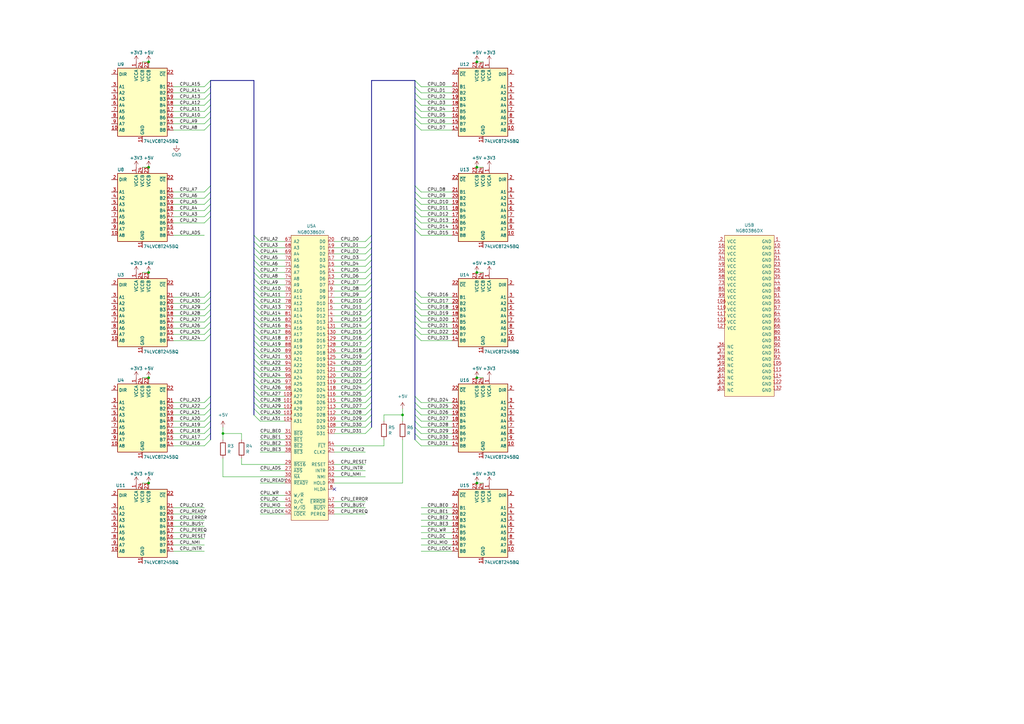
<source format=kicad_sch>
(kicad_sch (version 20210123) (generator eeschema)
  (paper "A3")
  (title_block (title "Dramite") (date "2021-01-22") (rev "R0.1") (company "Wenting Zhang"))
  (junction (at 60.96 25.4) (diameter 0.9144))
  (junction (at 60.96 68.58) (diameter 0.9144))
  (junction (at 60.96 111.76) (diameter 0.9144))
  (junction (at 60.96 154.94) (diameter 0.9144))
  (junction (at 60.96 198.12) (diameter 0.9144))
  (junction (at 91.44 177.8) (diameter 0.9144))
  (junction (at 165.1 170.18) (diameter 0.9144))
  (junction (at 195.58 25.4) (diameter 0.9144))
  (junction (at 195.58 68.58) (diameter 0.9144))
  (junction (at 195.58 111.76) (diameter 0.9144))
  (junction (at 195.58 154.94) (diameter 0.9144))
  (junction (at 195.58 198.12) (diameter 0.9144))
  (no_connect (at 137.16 200.66))
  (bus_entry (at 83.82 35.56) (size 2.54 -2.54) (stroke (width 0.1524)))
  (bus_entry (at 83.82 38.1) (size 2.54 -2.54) (stroke (width 0.1524)))
  (bus_entry (at 83.82 40.64) (size 2.54 -2.54) (stroke (width 0.1524)))
  (bus_entry (at 83.82 43.18) (size 2.54 -2.54) (stroke (width 0.1524)))
  (bus_entry (at 83.82 45.72) (size 2.54 -2.54) (stroke (width 0.1524)))
  (bus_entry (at 83.82 48.26) (size 2.54 -2.54) (stroke (width 0.1524)))
  (bus_entry (at 83.82 50.8) (size 2.54 -2.54) (stroke (width 0.1524)))
  (bus_entry (at 83.82 53.34) (size 2.54 -2.54) (stroke (width 0.1524)))
  (bus_entry (at 83.82 78.74) (size 2.54 -2.54) (stroke (width 0.1524)))
  (bus_entry (at 83.82 81.28) (size 2.54 -2.54) (stroke (width 0.1524)))
  (bus_entry (at 83.82 83.82) (size 2.54 -2.54) (stroke (width 0.1524)))
  (bus_entry (at 83.82 86.36) (size 2.54 -2.54) (stroke (width 0.1524)))
  (bus_entry (at 83.82 88.9) (size 2.54 -2.54) (stroke (width 0.1524)))
  (bus_entry (at 83.82 91.44) (size 2.54 -2.54) (stroke (width 0.1524)))
  (bus_entry (at 83.82 121.92) (size 2.54 -2.54) (stroke (width 0.1524)))
  (bus_entry (at 83.82 124.46) (size 2.54 -2.54) (stroke (width 0.1524)))
  (bus_entry (at 83.82 127) (size 2.54 -2.54) (stroke (width 0.1524)))
  (bus_entry (at 83.82 129.54) (size 2.54 -2.54) (stroke (width 0.1524)))
  (bus_entry (at 83.82 132.08) (size 2.54 -2.54) (stroke (width 0.1524)))
  (bus_entry (at 83.82 134.62) (size 2.54 -2.54) (stroke (width 0.1524)))
  (bus_entry (at 83.82 137.16) (size 2.54 -2.54) (stroke (width 0.1524)))
  (bus_entry (at 83.82 139.7) (size 2.54 -2.54) (stroke (width 0.1524)))
  (bus_entry (at 83.82 165.1) (size 2.54 -2.54) (stroke (width 0.1524)))
  (bus_entry (at 83.82 167.64) (size 2.54 -2.54) (stroke (width 0.1524)))
  (bus_entry (at 83.82 170.18) (size 2.54 -2.54) (stroke (width 0.1524)))
  (bus_entry (at 83.82 172.72) (size 2.54 -2.54) (stroke (width 0.1524)))
  (bus_entry (at 83.82 175.26) (size 2.54 -2.54) (stroke (width 0.1524)))
  (bus_entry (at 83.82 177.8) (size 2.54 -2.54) (stroke (width 0.1524)))
  (bus_entry (at 83.82 180.34) (size 2.54 -2.54) (stroke (width 0.1524)))
  (bus_entry (at 83.82 182.88) (size 2.54 -2.54) (stroke (width 0.1524)))
  (bus_entry (at 104.14 96.52) (size 2.54 2.54) (stroke (width 0.1524)))
  (bus_entry (at 104.14 99.06) (size 2.54 2.54) (stroke (width 0.1524)))
  (bus_entry (at 104.14 101.6) (size 2.54 2.54) (stroke (width 0.1524)))
  (bus_entry (at 104.14 104.14) (size 2.54 2.54) (stroke (width 0.1524)))
  (bus_entry (at 104.14 106.68) (size 2.54 2.54) (stroke (width 0.1524)))
  (bus_entry (at 104.14 109.22) (size 2.54 2.54) (stroke (width 0.1524)))
  (bus_entry (at 104.14 111.76) (size 2.54 2.54) (stroke (width 0.1524)))
  (bus_entry (at 104.14 114.3) (size 2.54 2.54) (stroke (width 0.1524)))
  (bus_entry (at 104.14 116.84) (size 2.54 2.54) (stroke (width 0.1524)))
  (bus_entry (at 104.14 119.38) (size 2.54 2.54) (stroke (width 0.1524)))
  (bus_entry (at 104.14 121.92) (size 2.54 2.54) (stroke (width 0.1524)))
  (bus_entry (at 104.14 124.46) (size 2.54 2.54) (stroke (width 0.1524)))
  (bus_entry (at 104.14 127) (size 2.54 2.54) (stroke (width 0.1524)))
  (bus_entry (at 104.14 129.54) (size 2.54 2.54) (stroke (width 0.1524)))
  (bus_entry (at 104.14 132.08) (size 2.54 2.54) (stroke (width 0.1524)))
  (bus_entry (at 104.14 134.62) (size 2.54 2.54) (stroke (width 0.1524)))
  (bus_entry (at 104.14 137.16) (size 2.54 2.54) (stroke (width 0.1524)))
  (bus_entry (at 104.14 139.7) (size 2.54 2.54) (stroke (width 0.1524)))
  (bus_entry (at 104.14 142.24) (size 2.54 2.54) (stroke (width 0.1524)))
  (bus_entry (at 104.14 144.78) (size 2.54 2.54) (stroke (width 0.1524)))
  (bus_entry (at 104.14 147.32) (size 2.54 2.54) (stroke (width 0.1524)))
  (bus_entry (at 104.14 149.86) (size 2.54 2.54) (stroke (width 0.1524)))
  (bus_entry (at 104.14 152.4) (size 2.54 2.54) (stroke (width 0.1524)))
  (bus_entry (at 104.14 154.94) (size 2.54 2.54) (stroke (width 0.1524)))
  (bus_entry (at 104.14 157.48) (size 2.54 2.54) (stroke (width 0.1524)))
  (bus_entry (at 104.14 160.02) (size 2.54 2.54) (stroke (width 0.1524)))
  (bus_entry (at 104.14 162.56) (size 2.54 2.54) (stroke (width 0.1524)))
  (bus_entry (at 104.14 165.1) (size 2.54 2.54) (stroke (width 0.1524)))
  (bus_entry (at 104.14 167.64) (size 2.54 2.54) (stroke (width 0.1524)))
  (bus_entry (at 104.14 170.18) (size 2.54 2.54) (stroke (width 0.1524)))
  (bus_entry (at 152.4 96.52) (size -2.54 2.54) (stroke (width 0.1524)))
  (bus_entry (at 152.4 99.06) (size -2.54 2.54) (stroke (width 0.1524)))
  (bus_entry (at 152.4 101.6) (size -2.54 2.54) (stroke (width 0.1524)))
  (bus_entry (at 152.4 104.14) (size -2.54 2.54) (stroke (width 0.1524)))
  (bus_entry (at 152.4 106.68) (size -2.54 2.54) (stroke (width 0.1524)))
  (bus_entry (at 152.4 109.22) (size -2.54 2.54) (stroke (width 0.1524)))
  (bus_entry (at 152.4 111.76) (size -2.54 2.54) (stroke (width 0.1524)))
  (bus_entry (at 152.4 114.3) (size -2.54 2.54) (stroke (width 0.1524)))
  (bus_entry (at 152.4 116.84) (size -2.54 2.54) (stroke (width 0.1524)))
  (bus_entry (at 152.4 119.38) (size -2.54 2.54) (stroke (width 0.1524)))
  (bus_entry (at 152.4 121.92) (size -2.54 2.54) (stroke (width 0.1524)))
  (bus_entry (at 152.4 124.46) (size -2.54 2.54) (stroke (width 0.1524)))
  (bus_entry (at 152.4 127) (size -2.54 2.54) (stroke (width 0.1524)))
  (bus_entry (at 152.4 129.54) (size -2.54 2.54) (stroke (width 0.1524)))
  (bus_entry (at 152.4 132.08) (size -2.54 2.54) (stroke (width 0.1524)))
  (bus_entry (at 152.4 134.62) (size -2.54 2.54) (stroke (width 0.1524)))
  (bus_entry (at 152.4 137.16) (size -2.54 2.54) (stroke (width 0.1524)))
  (bus_entry (at 152.4 139.7) (size -2.54 2.54) (stroke (width 0.1524)))
  (bus_entry (at 152.4 142.24) (size -2.54 2.54) (stroke (width 0.1524)))
  (bus_entry (at 152.4 144.78) (size -2.54 2.54) (stroke (width 0.1524)))
  (bus_entry (at 152.4 147.32) (size -2.54 2.54) (stroke (width 0.1524)))
  (bus_entry (at 152.4 149.86) (size -2.54 2.54) (stroke (width 0.1524)))
  (bus_entry (at 152.4 152.4) (size -2.54 2.54) (stroke (width 0.1524)))
  (bus_entry (at 152.4 154.94) (size -2.54 2.54) (stroke (width 0.1524)))
  (bus_entry (at 152.4 157.48) (size -2.54 2.54) (stroke (width 0.1524)))
  (bus_entry (at 152.4 160.02) (size -2.54 2.54) (stroke (width 0.1524)))
  (bus_entry (at 152.4 162.56) (size -2.54 2.54) (stroke (width 0.1524)))
  (bus_entry (at 152.4 165.1) (size -2.54 2.54) (stroke (width 0.1524)))
  (bus_entry (at 152.4 167.64) (size -2.54 2.54) (stroke (width 0.1524)))
  (bus_entry (at 152.4 170.18) (size -2.54 2.54) (stroke (width 0.1524)))
  (bus_entry (at 152.4 172.72) (size -2.54 2.54) (stroke (width 0.1524)))
  (bus_entry (at 152.4 175.26) (size -2.54 2.54) (stroke (width 0.1524)))
  (bus_entry (at 170.18 33.02) (size 2.54 2.54) (stroke (width 0.1524)))
  (bus_entry (at 170.18 35.56) (size 2.54 2.54) (stroke (width 0.1524)))
  (bus_entry (at 170.18 38.1) (size 2.54 2.54) (stroke (width 0.1524)))
  (bus_entry (at 170.18 40.64) (size 2.54 2.54) (stroke (width 0.1524)))
  (bus_entry (at 170.18 43.18) (size 2.54 2.54) (stroke (width 0.1524)))
  (bus_entry (at 170.18 45.72) (size 2.54 2.54) (stroke (width 0.1524)))
  (bus_entry (at 170.18 48.26) (size 2.54 2.54) (stroke (width 0.1524)))
  (bus_entry (at 170.18 50.8) (size 2.54 2.54) (stroke (width 0.1524)))
  (bus_entry (at 170.18 76.2) (size 2.54 2.54) (stroke (width 0.1524)))
  (bus_entry (at 170.18 78.74) (size 2.54 2.54) (stroke (width 0.1524)))
  (bus_entry (at 170.18 81.28) (size 2.54 2.54) (stroke (width 0.1524)))
  (bus_entry (at 170.18 83.82) (size 2.54 2.54) (stroke (width 0.1524)))
  (bus_entry (at 170.18 86.36) (size 2.54 2.54) (stroke (width 0.1524)))
  (bus_entry (at 170.18 88.9) (size 2.54 2.54) (stroke (width 0.1524)))
  (bus_entry (at 170.18 91.44) (size 2.54 2.54) (stroke (width 0.1524)))
  (bus_entry (at 170.18 93.98) (size 2.54 2.54) (stroke (width 0.1524)))
  (bus_entry (at 170.18 119.38) (size 2.54 2.54) (stroke (width 0.1524)))
  (bus_entry (at 170.18 121.92) (size 2.54 2.54) (stroke (width 0.1524)))
  (bus_entry (at 170.18 124.46) (size 2.54 2.54) (stroke (width 0.1524)))
  (bus_entry (at 170.18 127) (size 2.54 2.54) (stroke (width 0.1524)))
  (bus_entry (at 170.18 129.54) (size 2.54 2.54) (stroke (width 0.1524)))
  (bus_entry (at 170.18 132.08) (size 2.54 2.54) (stroke (width 0.1524)))
  (bus_entry (at 170.18 134.62) (size 2.54 2.54) (stroke (width 0.1524)))
  (bus_entry (at 170.18 137.16) (size 2.54 2.54) (stroke (width 0.1524)))
  (bus_entry (at 170.18 162.56) (size 2.54 2.54) (stroke (width 0.1524)))
  (bus_entry (at 170.18 165.1) (size 2.54 2.54) (stroke (width 0.1524)))
  (bus_entry (at 170.18 167.64) (size 2.54 2.54) (stroke (width 0.1524)))
  (bus_entry (at 170.18 170.18) (size 2.54 2.54) (stroke (width 0.1524)))
  (bus_entry (at 170.18 172.72) (size 2.54 2.54) (stroke (width 0.1524)))
  (bus_entry (at 170.18 175.26) (size 2.54 2.54) (stroke (width 0.1524)))
  (bus_entry (at 170.18 177.8) (size 2.54 2.54) (stroke (width 0.1524)))
  (bus_entry (at 170.18 180.34) (size 2.54 2.54) (stroke (width 0.1524)))
  (wire (pts (xy 58.42 25.4) (xy 60.96 25.4)))
  (wire (pts (xy 58.42 68.58) (xy 60.96 68.58)))
  (wire (pts (xy 58.42 111.76) (xy 60.96 111.76)))
  (wire (pts (xy 58.42 154.94) (xy 60.96 154.94)))
  (wire (pts (xy 58.42 198.12) (xy 60.96 198.12)))
  (wire (pts (xy 71.12 35.56) (xy 83.82 35.56)))
  (wire (pts (xy 71.12 38.1) (xy 83.82 38.1)))
  (wire (pts (xy 71.12 40.64) (xy 83.82 40.64)))
  (wire (pts (xy 71.12 43.18) (xy 83.82 43.18)))
  (wire (pts (xy 71.12 45.72) (xy 83.82 45.72)))
  (wire (pts (xy 71.12 48.26) (xy 83.82 48.26)))
  (wire (pts (xy 71.12 50.8) (xy 83.82 50.8)))
  (wire (pts (xy 71.12 53.34) (xy 83.82 53.34)))
  (wire (pts (xy 71.12 78.74) (xy 83.82 78.74)))
  (wire (pts (xy 71.12 81.28) (xy 83.82 81.28)))
  (wire (pts (xy 71.12 83.82) (xy 83.82 83.82)))
  (wire (pts (xy 71.12 86.36) (xy 83.82 86.36)))
  (wire (pts (xy 71.12 88.9) (xy 83.82 88.9)))
  (wire (pts (xy 71.12 91.44) (xy 83.82 91.44)))
  (wire (pts (xy 71.12 121.92) (xy 83.82 121.92)))
  (wire (pts (xy 71.12 124.46) (xy 83.82 124.46)))
  (wire (pts (xy 71.12 127) (xy 83.82 127)))
  (wire (pts (xy 71.12 129.54) (xy 83.82 129.54)))
  (wire (pts (xy 71.12 132.08) (xy 83.82 132.08)))
  (wire (pts (xy 71.12 134.62) (xy 83.82 134.62)))
  (wire (pts (xy 71.12 137.16) (xy 83.82 137.16)))
  (wire (pts (xy 71.12 139.7) (xy 83.82 139.7)))
  (wire (pts (xy 71.12 165.1) (xy 83.82 165.1)))
  (wire (pts (xy 71.12 167.64) (xy 83.82 167.64)))
  (wire (pts (xy 71.12 170.18) (xy 83.82 170.18)))
  (wire (pts (xy 71.12 172.72) (xy 83.82 172.72)))
  (wire (pts (xy 71.12 175.26) (xy 83.82 175.26)))
  (wire (pts (xy 71.12 177.8) (xy 83.82 177.8)))
  (wire (pts (xy 71.12 180.34) (xy 83.82 180.34)))
  (wire (pts (xy 71.12 182.88) (xy 83.82 182.88)))
  (wire (pts (xy 83.82 96.52) (xy 71.12 96.52)))
  (wire (pts (xy 83.82 208.28) (xy 71.12 208.28)))
  (wire (pts (xy 83.82 210.82) (xy 71.12 210.82)))
  (wire (pts (xy 83.82 213.36) (xy 71.12 213.36)))
  (wire (pts (xy 83.82 215.9) (xy 71.12 215.9)))
  (wire (pts (xy 83.82 218.44) (xy 71.12 218.44)))
  (wire (pts (xy 83.82 220.98) (xy 71.12 220.98)))
  (wire (pts (xy 83.82 223.52) (xy 71.12 223.52)))
  (wire (pts (xy 83.82 226.06) (xy 71.12 226.06)))
  (wire (pts (xy 91.44 175.26) (xy 91.44 177.8)))
  (wire (pts (xy 91.44 177.8) (xy 99.06 177.8)))
  (wire (pts (xy 91.44 180.34) (xy 91.44 177.8)))
  (wire (pts (xy 91.44 195.58) (xy 91.44 187.96)))
  (wire (pts (xy 99.06 177.8) (xy 99.06 180.34)))
  (wire (pts (xy 99.06 190.5) (xy 99.06 187.96)))
  (wire (pts (xy 106.68 99.06) (xy 116.84 99.06)))
  (wire (pts (xy 106.68 101.6) (xy 116.84 101.6)))
  (wire (pts (xy 106.68 104.14) (xy 116.84 104.14)))
  (wire (pts (xy 106.68 106.68) (xy 116.84 106.68)))
  (wire (pts (xy 106.68 109.22) (xy 116.84 109.22)))
  (wire (pts (xy 106.68 111.76) (xy 116.84 111.76)))
  (wire (pts (xy 106.68 114.3) (xy 116.84 114.3)))
  (wire (pts (xy 106.68 116.84) (xy 116.84 116.84)))
  (wire (pts (xy 106.68 119.38) (xy 116.84 119.38)))
  (wire (pts (xy 106.68 121.92) (xy 116.84 121.92)))
  (wire (pts (xy 106.68 124.46) (xy 116.84 124.46)))
  (wire (pts (xy 106.68 127) (xy 116.84 127)))
  (wire (pts (xy 106.68 129.54) (xy 116.84 129.54)))
  (wire (pts (xy 106.68 132.08) (xy 116.84 132.08)))
  (wire (pts (xy 106.68 134.62) (xy 116.84 134.62)))
  (wire (pts (xy 106.68 137.16) (xy 116.84 137.16)))
  (wire (pts (xy 106.68 139.7) (xy 116.84 139.7)))
  (wire (pts (xy 106.68 142.24) (xy 116.84 142.24)))
  (wire (pts (xy 106.68 144.78) (xy 116.84 144.78)))
  (wire (pts (xy 106.68 147.32) (xy 116.84 147.32)))
  (wire (pts (xy 106.68 149.86) (xy 116.84 149.86)))
  (wire (pts (xy 106.68 152.4) (xy 116.84 152.4)))
  (wire (pts (xy 106.68 154.94) (xy 116.84 154.94)))
  (wire (pts (xy 106.68 157.48) (xy 116.84 157.48)))
  (wire (pts (xy 106.68 160.02) (xy 116.84 160.02)))
  (wire (pts (xy 106.68 162.56) (xy 116.84 162.56)))
  (wire (pts (xy 106.68 165.1) (xy 116.84 165.1)))
  (wire (pts (xy 106.68 167.64) (xy 116.84 167.64)))
  (wire (pts (xy 106.68 170.18) (xy 116.84 170.18)))
  (wire (pts (xy 106.68 172.72) (xy 116.84 172.72)))
  (wire (pts (xy 106.68 177.8) (xy 116.84 177.8)))
  (wire (pts (xy 106.68 180.34) (xy 116.84 180.34)))
  (wire (pts (xy 106.68 182.88) (xy 116.84 182.88)))
  (wire (pts (xy 106.68 185.42) (xy 116.84 185.42)))
  (wire (pts (xy 106.68 193.04) (xy 116.84 193.04)))
  (wire (pts (xy 106.68 198.12) (xy 116.84 198.12)))
  (wire (pts (xy 106.68 203.2) (xy 116.84 203.2)))
  (wire (pts (xy 106.68 205.74) (xy 116.84 205.74)))
  (wire (pts (xy 106.68 208.28) (xy 116.84 208.28)))
  (wire (pts (xy 106.68 210.82) (xy 116.84 210.82)))
  (wire (pts (xy 116.84 190.5) (xy 99.06 190.5)))
  (wire (pts (xy 116.84 195.58) (xy 91.44 195.58)))
  (wire (pts (xy 137.16 182.88) (xy 157.48 182.88)))
  (wire (pts (xy 137.16 198.12) (xy 165.1 198.12)))
  (wire (pts (xy 149.86 99.06) (xy 137.16 99.06)))
  (wire (pts (xy 149.86 101.6) (xy 137.16 101.6)))
  (wire (pts (xy 149.86 104.14) (xy 137.16 104.14)))
  (wire (pts (xy 149.86 106.68) (xy 137.16 106.68)))
  (wire (pts (xy 149.86 109.22) (xy 137.16 109.22)))
  (wire (pts (xy 149.86 111.76) (xy 137.16 111.76)))
  (wire (pts (xy 149.86 114.3) (xy 137.16 114.3)))
  (wire (pts (xy 149.86 116.84) (xy 137.16 116.84)))
  (wire (pts (xy 149.86 119.38) (xy 137.16 119.38)))
  (wire (pts (xy 149.86 121.92) (xy 137.16 121.92)))
  (wire (pts (xy 149.86 124.46) (xy 137.16 124.46)))
  (wire (pts (xy 149.86 127) (xy 137.16 127)))
  (wire (pts (xy 149.86 129.54) (xy 137.16 129.54)))
  (wire (pts (xy 149.86 132.08) (xy 137.16 132.08)))
  (wire (pts (xy 149.86 134.62) (xy 137.16 134.62)))
  (wire (pts (xy 149.86 137.16) (xy 137.16 137.16)))
  (wire (pts (xy 149.86 139.7) (xy 137.16 139.7)))
  (wire (pts (xy 149.86 142.24) (xy 137.16 142.24)))
  (wire (pts (xy 149.86 144.78) (xy 137.16 144.78)))
  (wire (pts (xy 149.86 147.32) (xy 137.16 147.32)))
  (wire (pts (xy 149.86 149.86) (xy 137.16 149.86)))
  (wire (pts (xy 149.86 152.4) (xy 137.16 152.4)))
  (wire (pts (xy 149.86 154.94) (xy 137.16 154.94)))
  (wire (pts (xy 149.86 157.48) (xy 137.16 157.48)))
  (wire (pts (xy 149.86 160.02) (xy 137.16 160.02)))
  (wire (pts (xy 149.86 162.56) (xy 137.16 162.56)))
  (wire (pts (xy 149.86 165.1) (xy 137.16 165.1)))
  (wire (pts (xy 149.86 167.64) (xy 137.16 167.64)))
  (wire (pts (xy 149.86 170.18) (xy 137.16 170.18)))
  (wire (pts (xy 149.86 172.72) (xy 137.16 172.72)))
  (wire (pts (xy 149.86 175.26) (xy 137.16 175.26)))
  (wire (pts (xy 149.86 177.8) (xy 137.16 177.8)))
  (wire (pts (xy 149.86 185.42) (xy 137.16 185.42)))
  (wire (pts (xy 149.86 190.5) (xy 137.16 190.5)))
  (wire (pts (xy 149.86 193.04) (xy 137.16 193.04)))
  (wire (pts (xy 149.86 195.58) (xy 137.16 195.58)))
  (wire (pts (xy 149.86 205.74) (xy 137.16 205.74)))
  (wire (pts (xy 149.86 208.28) (xy 137.16 208.28)))
  (wire (pts (xy 149.86 210.82) (xy 137.16 210.82)))
  (wire (pts (xy 157.48 170.18) (xy 165.1 170.18)))
  (wire (pts (xy 157.48 172.72) (xy 157.48 170.18)))
  (wire (pts (xy 157.48 182.88) (xy 157.48 180.34)))
  (wire (pts (xy 165.1 167.64) (xy 165.1 170.18)))
  (wire (pts (xy 165.1 170.18) (xy 165.1 172.72)))
  (wire (pts (xy 165.1 180.34) (xy 165.1 198.12)))
  (wire (pts (xy 172.72 208.28) (xy 185.42 208.28)))
  (wire (pts (xy 172.72 210.82) (xy 185.42 210.82)))
  (wire (pts (xy 172.72 213.36) (xy 185.42 213.36)))
  (wire (pts (xy 172.72 215.9) (xy 185.42 215.9)))
  (wire (pts (xy 172.72 218.44) (xy 185.42 218.44)))
  (wire (pts (xy 172.72 220.98) (xy 185.42 220.98)))
  (wire (pts (xy 172.72 223.52) (xy 185.42 223.52)))
  (wire (pts (xy 172.72 226.06) (xy 185.42 226.06)))
  (wire (pts (xy 185.42 35.56) (xy 172.72 35.56)))
  (wire (pts (xy 185.42 38.1) (xy 172.72 38.1)))
  (wire (pts (xy 185.42 40.64) (xy 172.72 40.64)))
  (wire (pts (xy 185.42 43.18) (xy 172.72 43.18)))
  (wire (pts (xy 185.42 45.72) (xy 172.72 45.72)))
  (wire (pts (xy 185.42 48.26) (xy 172.72 48.26)))
  (wire (pts (xy 185.42 50.8) (xy 172.72 50.8)))
  (wire (pts (xy 185.42 53.34) (xy 172.72 53.34)))
  (wire (pts (xy 185.42 78.74) (xy 172.72 78.74)))
  (wire (pts (xy 185.42 81.28) (xy 172.72 81.28)))
  (wire (pts (xy 185.42 83.82) (xy 172.72 83.82)))
  (wire (pts (xy 185.42 86.36) (xy 172.72 86.36)))
  (wire (pts (xy 185.42 88.9) (xy 172.72 88.9)))
  (wire (pts (xy 185.42 91.44) (xy 172.72 91.44)))
  (wire (pts (xy 185.42 93.98) (xy 172.72 93.98)))
  (wire (pts (xy 185.42 96.52) (xy 172.72 96.52)))
  (wire (pts (xy 185.42 121.92) (xy 172.72 121.92)))
  (wire (pts (xy 185.42 124.46) (xy 172.72 124.46)))
  (wire (pts (xy 185.42 127) (xy 172.72 127)))
  (wire (pts (xy 185.42 129.54) (xy 172.72 129.54)))
  (wire (pts (xy 185.42 132.08) (xy 172.72 132.08)))
  (wire (pts (xy 185.42 134.62) (xy 172.72 134.62)))
  (wire (pts (xy 185.42 137.16) (xy 172.72 137.16)))
  (wire (pts (xy 185.42 139.7) (xy 172.72 139.7)))
  (wire (pts (xy 185.42 165.1) (xy 172.72 165.1)))
  (wire (pts (xy 185.42 167.64) (xy 172.72 167.64)))
  (wire (pts (xy 185.42 170.18) (xy 172.72 170.18)))
  (wire (pts (xy 185.42 172.72) (xy 172.72 172.72)))
  (wire (pts (xy 185.42 175.26) (xy 172.72 175.26)))
  (wire (pts (xy 185.42 177.8) (xy 172.72 177.8)))
  (wire (pts (xy 185.42 180.34) (xy 172.72 180.34)))
  (wire (pts (xy 185.42 182.88) (xy 172.72 182.88)))
  (wire (pts (xy 198.12 25.4) (xy 195.58 25.4)))
  (wire (pts (xy 198.12 68.58) (xy 195.58 68.58)))
  (wire (pts (xy 198.12 111.76) (xy 195.58 111.76)))
  (wire (pts (xy 198.12 154.94) (xy 195.58 154.94)))
  (wire (pts (xy 198.12 198.12) (xy 195.58 198.12)))
  (bus (pts (xy 86.36 33.02) (xy 86.36 35.56)))
  (bus (pts (xy 86.36 33.02) (xy 104.14 33.02)))
  (bus (pts (xy 86.36 35.56) (xy 86.36 38.1)))
  (bus (pts (xy 86.36 38.1) (xy 86.36 40.64)))
  (bus (pts (xy 86.36 40.64) (xy 86.36 43.18)))
  (bus (pts (xy 86.36 43.18) (xy 86.36 45.72)))
  (bus (pts (xy 86.36 45.72) (xy 86.36 48.26)))
  (bus (pts (xy 86.36 48.26) (xy 86.36 50.8)))
  (bus (pts (xy 86.36 50.8) (xy 86.36 76.2)))
  (bus (pts (xy 86.36 76.2) (xy 86.36 78.74)))
  (bus (pts (xy 86.36 78.74) (xy 86.36 81.28)))
  (bus (pts (xy 86.36 81.28) (xy 86.36 83.82)))
  (bus (pts (xy 86.36 83.82) (xy 86.36 86.36)))
  (bus (pts (xy 86.36 86.36) (xy 86.36 88.9)))
  (bus (pts (xy 86.36 88.9) (xy 86.36 119.38)))
  (bus (pts (xy 86.36 119.38) (xy 86.36 121.92)))
  (bus (pts (xy 86.36 121.92) (xy 86.36 124.46)))
  (bus (pts (xy 86.36 124.46) (xy 86.36 127)))
  (bus (pts (xy 86.36 127) (xy 86.36 129.54)))
  (bus (pts (xy 86.36 129.54) (xy 86.36 132.08)))
  (bus (pts (xy 86.36 132.08) (xy 86.36 134.62)))
  (bus (pts (xy 86.36 134.62) (xy 86.36 137.16)))
  (bus (pts (xy 86.36 137.16) (xy 86.36 162.56)))
  (bus (pts (xy 86.36 162.56) (xy 86.36 165.1)))
  (bus (pts (xy 86.36 165.1) (xy 86.36 167.64)))
  (bus (pts (xy 86.36 167.64) (xy 86.36 170.18)))
  (bus (pts (xy 86.36 170.18) (xy 86.36 172.72)))
  (bus (pts (xy 86.36 172.72) (xy 86.36 175.26)))
  (bus (pts (xy 86.36 175.26) (xy 86.36 177.8)))
  (bus (pts (xy 86.36 177.8) (xy 86.36 180.34)))
  (bus (pts (xy 104.14 33.02) (xy 104.14 96.52)))
  (bus (pts (xy 104.14 96.52) (xy 104.14 99.06)))
  (bus (pts (xy 104.14 99.06) (xy 104.14 101.6)))
  (bus (pts (xy 104.14 101.6) (xy 104.14 104.14)))
  (bus (pts (xy 104.14 104.14) (xy 104.14 106.68)))
  (bus (pts (xy 104.14 106.68) (xy 104.14 109.22)))
  (bus (pts (xy 104.14 109.22) (xy 104.14 111.76)))
  (bus (pts (xy 104.14 111.76) (xy 104.14 114.3)))
  (bus (pts (xy 104.14 114.3) (xy 104.14 116.84)))
  (bus (pts (xy 104.14 116.84) (xy 104.14 119.38)))
  (bus (pts (xy 104.14 119.38) (xy 104.14 121.92)))
  (bus (pts (xy 104.14 121.92) (xy 104.14 124.46)))
  (bus (pts (xy 104.14 124.46) (xy 104.14 127)))
  (bus (pts (xy 104.14 127) (xy 104.14 129.54)))
  (bus (pts (xy 104.14 129.54) (xy 104.14 132.08)))
  (bus (pts (xy 104.14 132.08) (xy 104.14 134.62)))
  (bus (pts (xy 104.14 134.62) (xy 104.14 137.16)))
  (bus (pts (xy 104.14 137.16) (xy 104.14 139.7)))
  (bus (pts (xy 104.14 139.7) (xy 104.14 142.24)))
  (bus (pts (xy 104.14 142.24) (xy 104.14 144.78)))
  (bus (pts (xy 104.14 144.78) (xy 104.14 147.32)))
  (bus (pts (xy 104.14 147.32) (xy 104.14 149.86)))
  (bus (pts (xy 104.14 149.86) (xy 104.14 152.4)))
  (bus (pts (xy 104.14 152.4) (xy 104.14 154.94)))
  (bus (pts (xy 104.14 154.94) (xy 104.14 157.48)))
  (bus (pts (xy 104.14 157.48) (xy 104.14 160.02)))
  (bus (pts (xy 104.14 160.02) (xy 104.14 162.56)))
  (bus (pts (xy 104.14 162.56) (xy 104.14 165.1)))
  (bus (pts (xy 104.14 165.1) (xy 104.14 167.64)))
  (bus (pts (xy 104.14 167.64) (xy 104.14 170.18)))
  (bus (pts (xy 152.4 33.02) (xy 152.4 96.52)))
  (bus (pts (xy 152.4 33.02) (xy 170.18 33.02)))
  (bus (pts (xy 152.4 96.52) (xy 152.4 99.06)))
  (bus (pts (xy 152.4 99.06) (xy 152.4 101.6)))
  (bus (pts (xy 152.4 101.6) (xy 152.4 104.14)))
  (bus (pts (xy 152.4 104.14) (xy 152.4 106.68)))
  (bus (pts (xy 152.4 106.68) (xy 152.4 109.22)))
  (bus (pts (xy 152.4 109.22) (xy 152.4 111.76)))
  (bus (pts (xy 152.4 111.76) (xy 152.4 114.3)))
  (bus (pts (xy 152.4 114.3) (xy 152.4 116.84)))
  (bus (pts (xy 152.4 116.84) (xy 152.4 119.38)))
  (bus (pts (xy 152.4 119.38) (xy 152.4 121.92)))
  (bus (pts (xy 152.4 121.92) (xy 152.4 124.46)))
  (bus (pts (xy 152.4 124.46) (xy 152.4 127)))
  (bus (pts (xy 152.4 127) (xy 152.4 129.54)))
  (bus (pts (xy 152.4 129.54) (xy 152.4 132.08)))
  (bus (pts (xy 152.4 132.08) (xy 152.4 134.62)))
  (bus (pts (xy 152.4 134.62) (xy 152.4 137.16)))
  (bus (pts (xy 152.4 137.16) (xy 152.4 139.7)))
  (bus (pts (xy 152.4 139.7) (xy 152.4 142.24)))
  (bus (pts (xy 152.4 142.24) (xy 152.4 144.78)))
  (bus (pts (xy 152.4 144.78) (xy 152.4 147.32)))
  (bus (pts (xy 152.4 147.32) (xy 152.4 149.86)))
  (bus (pts (xy 152.4 149.86) (xy 152.4 152.4)))
  (bus (pts (xy 152.4 152.4) (xy 152.4 154.94)))
  (bus (pts (xy 152.4 154.94) (xy 152.4 157.48)))
  (bus (pts (xy 152.4 157.48) (xy 152.4 160.02)))
  (bus (pts (xy 152.4 160.02) (xy 152.4 162.56)))
  (bus (pts (xy 152.4 162.56) (xy 152.4 165.1)))
  (bus (pts (xy 152.4 165.1) (xy 152.4 167.64)))
  (bus (pts (xy 152.4 167.64) (xy 152.4 170.18)))
  (bus (pts (xy 152.4 170.18) (xy 152.4 172.72)))
  (bus (pts (xy 152.4 172.72) (xy 152.4 175.26)))
  (bus (pts (xy 170.18 33.02) (xy 170.18 35.56)))
  (bus (pts (xy 170.18 35.56) (xy 170.18 38.1)))
  (bus (pts (xy 170.18 38.1) (xy 170.18 40.64)))
  (bus (pts (xy 170.18 40.64) (xy 170.18 43.18)))
  (bus (pts (xy 170.18 43.18) (xy 170.18 45.72)))
  (bus (pts (xy 170.18 45.72) (xy 170.18 48.26)))
  (bus (pts (xy 170.18 48.26) (xy 170.18 50.8)))
  (bus (pts (xy 170.18 50.8) (xy 170.18 76.2)))
  (bus (pts (xy 170.18 76.2) (xy 170.18 78.74)))
  (bus (pts (xy 170.18 78.74) (xy 170.18 81.28)))
  (bus (pts (xy 170.18 81.28) (xy 170.18 83.82)))
  (bus (pts (xy 170.18 83.82) (xy 170.18 86.36)))
  (bus (pts (xy 170.18 86.36) (xy 170.18 88.9)))
  (bus (pts (xy 170.18 88.9) (xy 170.18 91.44)))
  (bus (pts (xy 170.18 91.44) (xy 170.18 93.98)))
  (bus (pts (xy 170.18 93.98) (xy 170.18 119.38)))
  (bus (pts (xy 170.18 119.38) (xy 170.18 121.92)))
  (bus (pts (xy 170.18 121.92) (xy 170.18 124.46)))
  (bus (pts (xy 170.18 124.46) (xy 170.18 127)))
  (bus (pts (xy 170.18 127) (xy 170.18 129.54)))
  (bus (pts (xy 170.18 129.54) (xy 170.18 132.08)))
  (bus (pts (xy 170.18 132.08) (xy 170.18 134.62)))
  (bus (pts (xy 170.18 134.62) (xy 170.18 137.16)))
  (bus (pts (xy 170.18 137.16) (xy 170.18 162.56)))
  (bus (pts (xy 170.18 162.56) (xy 170.18 165.1)))
  (bus (pts (xy 170.18 165.1) (xy 170.18 167.64)))
  (bus (pts (xy 170.18 167.64) (xy 170.18 170.18)))
  (bus (pts (xy 170.18 170.18) (xy 170.18 172.72)))
  (bus (pts (xy 170.18 172.72) (xy 170.18 175.26)))
  (bus (pts (xy 170.18 175.26) (xy 170.18 177.8)))
  (bus (pts (xy 170.18 177.8) (xy 170.18 180.34)))
  (label "CPU_A15" (at 73.66 35.56 0))
  (label "CPU_A14" (at 73.66 38.1 0))
  (label "CPU_A13" (at 73.66 40.64 0))
  (label "CPU_A12" (at 73.66 43.18 0))
  (label "CPU_A11" (at 73.66 45.72 0))
  (label "CPU_A10" (at 73.66 48.26 0))
  (label "CPU_A9" (at 73.66 50.8 0))
  (label "CPU_A8" (at 73.66 53.34 0))
  (label "CPU_A7" (at 73.66 78.74 0))
  (label "CPU_A6" (at 73.66 81.28 0))
  (label "CPU_A5" (at 73.66 83.82 0))
  (label "CPU_A4" (at 73.66 86.36 0))
  (label "CPU_A3" (at 73.66 88.9 0))
  (label "CPU_A2" (at 73.66 91.44 0))
  (label "CPU_ADS" (at 73.66 96.52 0))
  (label "CPU_A31" (at 73.66 121.92 0))
  (label "CPU_A30" (at 73.66 124.46 0))
  (label "CPU_A29" (at 73.66 127 0))
  (label "CPU_A28" (at 73.66 129.54 0))
  (label "CPU_A27" (at 73.66 132.08 0))
  (label "CPU_A26" (at 73.66 134.62 0))
  (label "CPU_A25" (at 73.66 137.16 0))
  (label "CPU_A24" (at 73.66 139.7 0))
  (label "CPU_A23" (at 73.66 165.1 0))
  (label "CPU_A22" (at 73.66 167.64 0))
  (label "CPU_A21" (at 73.66 170.18 0))
  (label "CPU_A20" (at 73.66 172.72 0))
  (label "CPU_A19" (at 73.66 175.26 0))
  (label "CPU_A18" (at 73.66 177.8 0))
  (label "CPU_A17" (at 73.66 180.34 0))
  (label "CPU_A16" (at 73.66 182.88 0))
  (label "CPU_CLK2" (at 73.66 208.28 0))
  (label "CPU_READY" (at 73.66 210.82 0))
  (label "CPU_ERROR" (at 73.66 213.36 0))
  (label "CPU_BUSY" (at 73.66 215.9 0))
  (label "CPU_PEREQ" (at 73.66 218.44 0))
  (label "CPU_RESET" (at 73.66 220.98 0))
  (label "CPU_NMI" (at 73.66 223.52 0))
  (label "CPU_INTR" (at 73.66 226.06 0))
  (label "CPU_A2" (at 106.68 99.06 0))
  (label "CPU_A3" (at 106.68 101.6 0))
  (label "CPU_A4" (at 106.68 104.14 0))
  (label "CPU_A5" (at 106.68 106.68 0))
  (label "CPU_A6" (at 106.68 109.22 0))
  (label "CPU_A7" (at 106.68 111.76 0))
  (label "CPU_A8" (at 106.68 114.3 0))
  (label "CPU_A9" (at 106.68 116.84 0))
  (label "CPU_A10" (at 106.68 119.38 0))
  (label "CPU_A11" (at 106.68 121.92 0))
  (label "CPU_A12" (at 106.68 124.46 0))
  (label "CPU_A13" (at 106.68 127 0))
  (label "CPU_A14" (at 106.68 129.54 0))
  (label "CPU_A15" (at 106.68 132.08 0))
  (label "CPU_A16" (at 106.68 134.62 0))
  (label "CPU_A17" (at 106.68 137.16 0))
  (label "CPU_A18" (at 106.68 139.7 0))
  (label "CPU_A19" (at 106.68 142.24 0))
  (label "CPU_A20" (at 106.68 144.78 0))
  (label "CPU_A21" (at 106.68 147.32 0))
  (label "CPU_A22" (at 106.68 149.86 0))
  (label "CPU_A23" (at 106.68 152.4 0))
  (label "CPU_A24" (at 106.68 154.94 0))
  (label "CPU_A25" (at 106.68 157.48 0))
  (label "CPU_A26" (at 106.68 160.02 0))
  (label "CPU_A27" (at 106.68 162.56 0))
  (label "CPU_A28" (at 106.68 165.1 0))
  (label "CPU_A29" (at 106.68 167.64 0))
  (label "CPU_A30" (at 106.68 170.18 0))
  (label "CPU_A31" (at 106.68 172.72 0))
  (label "CPU_BE0" (at 106.68 177.8 0))
  (label "CPU_BE1" (at 106.68 180.34 0))
  (label "CPU_BE2" (at 106.68 182.88 0))
  (label "CPU_BE3" (at 106.68 185.42 0))
  (label "CPU_ADS" (at 106.68 193.04 0))
  (label "CPU_READY" (at 106.68 198.12 0))
  (label "CPU_WR" (at 106.68 203.2 0))
  (label "CPU_DC" (at 106.68 205.74 0))
  (label "CPU_MIO" (at 106.68 208.28 0))
  (label "CPU_LOCK" (at 106.68 210.82 0))
  (label "CPU_D0" (at 139.7 99.06 0))
  (label "CPU_D1" (at 139.7 101.6 0))
  (label "CPU_D2" (at 139.7 104.14 0))
  (label "CPU_D3" (at 139.7 106.68 0))
  (label "CPU_D4" (at 139.7 109.22 0))
  (label "CPU_D5" (at 139.7 111.76 0))
  (label "CPU_D6" (at 139.7 114.3 0))
  (label "CPU_D7" (at 139.7 116.84 0))
  (label "CPU_D8" (at 139.7 119.38 0))
  (label "CPU_D9" (at 139.7 121.92 0))
  (label "CPU_D10" (at 139.7 124.46 0))
  (label "CPU_D11" (at 139.7 127 0))
  (label "CPU_D12" (at 139.7 129.54 0))
  (label "CPU_D13" (at 139.7 132.08 0))
  (label "CPU_D14" (at 139.7 134.62 0))
  (label "CPU_D15" (at 139.7 137.16 0))
  (label "CPU_D16" (at 139.7 139.7 0))
  (label "CPU_D17" (at 139.7 142.24 0))
  (label "CPU_D18" (at 139.7 144.78 0))
  (label "CPU_D19" (at 139.7 147.32 0))
  (label "CPU_D20" (at 139.7 149.86 0))
  (label "CPU_D21" (at 139.7 152.4 0))
  (label "CPU_D22" (at 139.7 154.94 0))
  (label "CPU_D23" (at 139.7 157.48 0))
  (label "CPU_D24" (at 139.7 160.02 0))
  (label "CPU_D25" (at 139.7 162.56 0))
  (label "CPU_D26" (at 139.7 165.1 0))
  (label "CPU_D27" (at 139.7 167.64 0))
  (label "CPU_D28" (at 139.7 170.18 0))
  (label "CPU_D29" (at 139.7 172.72 0))
  (label "CPU_D30" (at 139.7 175.26 0))
  (label "CPU_D31" (at 139.7 177.8 0))
  (label "CPU_CLK2" (at 139.7 185.42 0))
  (label "CPU_RESET" (at 139.7 190.5 0))
  (label "CPU_INTR" (at 139.7 193.04 0))
  (label "CPU_NMI" (at 139.7 195.58 0))
  (label "CPU_ERROR" (at 139.7 205.74 0))
  (label "CPU_BUSY" (at 139.7 208.28 0))
  (label "CPU_PEREQ" (at 139.7 210.82 0))
  (label "CPU_D0" (at 175.26 35.56 0))
  (label "CPU_D1" (at 175.26 38.1 0))
  (label "CPU_D2" (at 175.26 40.64 0))
  (label "CPU_D3" (at 175.26 43.18 0))
  (label "CPU_D4" (at 175.26 45.72 0))
  (label "CPU_D5" (at 175.26 48.26 0))
  (label "CPU_D6" (at 175.26 50.8 0))
  (label "CPU_D7" (at 175.26 53.34 0))
  (label "CPU_D8" (at 175.26 78.74 0))
  (label "CPU_D9" (at 175.26 81.28 0))
  (label "CPU_D10" (at 175.26 83.82 0))
  (label "CPU_D11" (at 175.26 86.36 0))
  (label "CPU_D12" (at 175.26 88.9 0))
  (label "CPU_D13" (at 175.26 91.44 0))
  (label "CPU_D14" (at 175.26 93.98 0))
  (label "CPU_D15" (at 175.26 96.52 0))
  (label "CPU_D16" (at 175.26 121.92 0))
  (label "CPU_D17" (at 175.26 124.46 0))
  (label "CPU_D18" (at 175.26 127 0))
  (label "CPU_D19" (at 175.26 129.54 0))
  (label "CPU_D20" (at 175.26 132.08 0))
  (label "CPU_D21" (at 175.26 134.62 0))
  (label "CPU_D22" (at 175.26 137.16 0))
  (label "CPU_D23" (at 175.26 139.7 0))
  (label "CPU_D24" (at 175.26 165.1 0))
  (label "CPU_D25" (at 175.26 167.64 0))
  (label "CPU_D26" (at 175.26 170.18 0))
  (label "CPU_D27" (at 175.26 172.72 0))
  (label "CPU_D28" (at 175.26 175.26 0))
  (label "CPU_D29" (at 175.26 177.8 0))
  (label "CPU_D30" (at 175.26 180.34 0))
  (label "CPU_D31" (at 175.26 182.88 0))
  (label "CPU_BE0" (at 175.26 208.28 0))
  (label "CPU_BE1" (at 175.26 210.82 0))
  (label "CPU_BE2" (at 175.26 213.36 0))
  (label "CPU_BE3" (at 175.26 215.9 0))
  (label "CPU_WR" (at 175.26 218.44 0))
  (label "CPU_DC" (at 175.26 220.98 0))
  (label "CPU_MIO" (at 175.26 223.52 0))
  (label "CPU_LOCK" (at 175.26 226.06 0))
  (symbol (lib_id "power:+3V3") (at 55.88 25.4 0) (unit 1)
    (property "Reference" "#PWR?" (effects hide))
    (property "Value" "+3V3" (at 55.88 21.59 0))
  )
  (symbol (lib_id "power:+3V3") (at 55.88 68.58 0) (unit 1)
    (property "Reference" "#PWR?" (effects hide))
    (property "Value" "+3V3" (at 55.88 64.77 0))
  )
  (symbol (lib_id "power:+3V3") (at 55.88 111.76 0) (unit 1)
    (property "Reference" "#PWR?" (effects hide))
    (property "Value" "+3V3" (at 55.88 107.95 0))
  )
  (symbol (lib_id "power:+3V3") (at 55.88 154.94 0) (unit 1)
    (property "Reference" "#PWR?" (effects hide))
    (property "Value" "+3V3" (at 55.88 151.13 0))
  )
  (symbol (lib_id "power:+3V3") (at 55.88 198.12 0) (unit 1)
    (property "Reference" "#PWR?" (effects hide))
    (property "Value" "+3V3" (at 55.88 194.31 0))
  )
  (symbol (lib_id "power:+5V") (at 60.96 25.4 0) (unit 1)
    (property "Reference" "#PWR?" (effects hide))
    (property "Value" "+5V" (at 60.96 21.59 0))
  )
  (symbol (lib_id "power:+5V") (at 60.96 68.58 0) (unit 1)
    (property "Reference" "#PWR?" (effects hide))
    (property "Value" "+5V" (at 60.96 64.77 0))
  )
  (symbol (lib_id "power:+5V") (at 60.96 111.76 0) (unit 1)
    (property "Reference" "#PWR?" (effects hide))
    (property "Value" "+5V" (at 60.96 107.95 0))
  )
  (symbol (lib_id "power:+5V") (at 60.96 154.94 0) (unit 1)
    (property "Reference" "#PWR?" (effects hide))
    (property "Value" "+5V" (at 60.96 151.13 0))
  )
  (symbol (lib_id "power:+5V") (at 60.96 198.12 0) (unit 1)
    (property "Reference" "#PWR?" (effects hide))
    (property "Value" "+5V" (at 60.96 194.31 0))
  )
  (symbol (lib_id "power:+5V") (at 91.44 175.26 0) (unit 1)
    (property "Reference" "#PWR?" (effects hide))
    (property "Value" "+5V" (at 91.44 170.18 0))
  )
  (symbol (lib_id "power:+5V") (at 165.1 167.64 0) (unit 1)
    (property "Reference" "#PWR?" (effects hide))
    (property "Value" "+5V" (at 165.1 162.56 0))
  )
  (symbol (lib_id "power:+5V") (at 195.58 25.4 0) (mirror y) (unit 1)
    (property "Reference" "#PWR?" (effects hide))
    (property "Value" "+5V" (at 195.58 21.59 0))
  )
  (symbol (lib_id "power:+5V") (at 195.58 68.58 0) (mirror y) (unit 1)
    (property "Reference" "#PWR?" (effects hide))
    (property "Value" "+5V" (at 195.58 64.77 0))
  )
  (symbol (lib_id "power:+5V") (at 195.58 111.76 0) (mirror y) (unit 1)
    (property "Reference" "#PWR?" (effects hide))
    (property "Value" "+5V" (at 195.58 107.95 0))
  )
  (symbol (lib_id "power:+5V") (at 195.58 154.94 0) (mirror y) (unit 1)
    (property "Reference" "#PWR?" (effects hide))
    (property "Value" "+5V" (at 195.58 151.13 0))
  )
  (symbol (lib_id "power:+5V") (at 195.58 198.12 0) (mirror y) (unit 1)
    (property "Reference" "#PWR?" (effects hide))
    (property "Value" "+5V" (at 195.58 194.31 0))
  )
  (symbol (lib_id "power:+3V3") (at 200.66 25.4 0) (mirror y) (unit 1)
    (property "Reference" "#PWR?" (effects hide))
    (property "Value" "+3V3" (at 200.66 21.59 0))
  )
  (symbol (lib_id "power:+3V3") (at 200.66 68.58 0) (mirror y) (unit 1)
    (property "Reference" "#PWR?" (effects hide))
    (property "Value" "+3V3" (at 200.66 64.77 0))
  )
  (symbol (lib_id "power:+3V3") (at 200.66 111.76 0) (mirror y) (unit 1)
    (property "Reference" "#PWR?" (effects hide))
    (property "Value" "+3V3" (at 200.66 107.95 0))
  )
  (symbol (lib_id "power:+3V3") (at 200.66 154.94 0) (mirror y) (unit 1)
    (property "Reference" "#PWR?" (effects hide))
    (property "Value" "+3V3" (at 200.66 151.13 0))
  )
  (symbol (lib_id "power:+3V3") (at 200.66 198.12 0) (mirror y) (unit 1)
    (property "Reference" "#PWR?" (effects hide))
    (property "Value" "+3V3" (at 200.66 194.31 0))
  )
  (symbol (lib_id "power:GND") (at 72.39 59.69 0) (unit 1)
    (property "Reference" "#PWR?" (effects hide))
    (property "Value" "GND" (at 72.39 63.5 0))
  )
  (symbol (lib_id "Device:R") (at 91.44 184.15 0) (unit 1)
    (property "Reference" "R3" (at 93.218 182.9816 0) (effects (justify left)))
    (property "Value" "R" (at 93.218 185.293 0) (effects (justify left)))
  )
  (symbol (lib_id "Device:R") (at 99.06 184.15 0) (unit 1)
    (property "Reference" "R4" (at 100.838 182.9816 0) (effects (justify left)))
    (property "Value" "R" (at 100.838 185.293 0) (effects (justify left)))
  )
  (symbol (lib_id "Device:R") (at 157.48 176.53 0) (unit 1)
    (property "Reference" "R5" (at 159.258 175.3616 0) (effects (justify left)))
    (property "Value" "R" (at 159.258 177.673 0) (effects (justify left)))
  )
  (symbol (lib_id "Device:R") (at 165.1 176.53 0) (unit 1)
    (property "Reference" "R6" (at 166.878 175.3616 0) (effects (justify left)))
    (property "Value" "R" (at 166.878 177.673 0) (effects (justify left)))
  )
  (symbol (lib_id "Logic_LevelTranslator:SN74AVC8T245PW") (at 58.42 40.64 0) (unit 1)
    (property "Reference" "U9" (at 49.53 26.3906 0))
    (property "Value" "74LVC8T245BQ" (at 66.04 57.912 0))
    (property "Footprint" "footprints:DHVQFN-24_5.5x3.5_Pitch0.5mm" (effects hide))
    (property "Datasheet" "https://www.ti.com/lit/ds/symlink/sn74avc8t245.pdf" (effects hide))
  )
  (symbol (lib_id "Logic_LevelTranslator:SN74AVC8T245PW") (at 58.42 83.82 0) (unit 1)
    (property "Reference" "U8" (at 49.53 69.5706 0))
    (property "Value" "74LVC8T245BQ" (at 66.04 101.092 0))
    (property "Footprint" "footprints:DHVQFN-24_5.5x3.5_Pitch0.5mm" (effects hide))
    (property "Datasheet" "https://www.ti.com/lit/ds/symlink/sn74avc8t245.pdf" (effects hide))
  )
  (symbol (lib_id "Logic_LevelTranslator:SN74AVC8T245PW") (at 58.42 127 0) (unit 1)
    (property "Reference" "U3" (at 49.53 112.7506 0))
    (property "Value" "74LVC8T245BQ" (at 66.04 144.272 0))
    (property "Footprint" "footprints:DHVQFN-24_5.5x3.5_Pitch0.5mm" (effects hide))
    (property "Datasheet" "https://www.ti.com/lit/ds/symlink/sn74avc8t245.pdf" (effects hide))
  )
  (symbol (lib_id "Logic_LevelTranslator:SN74AVC8T245PW") (at 58.42 170.18 0) (unit 1)
    (property "Reference" "U4" (at 49.53 155.9306 0))
    (property "Value" "74LVC8T245BQ" (at 66.04 187.452 0))
    (property "Footprint" "footprints:DHVQFN-24_5.5x3.5_Pitch0.5mm" (effects hide))
    (property "Datasheet" "https://www.ti.com/lit/ds/symlink/sn74avc8t245.pdf" (effects hide))
  )
  (symbol (lib_id "Logic_LevelTranslator:SN74AVC8T245PW") (at 58.42 213.36 0) (unit 1)
    (property "Reference" "U11" (at 49.53 199.1106 0))
    (property "Value" "74LVC8T245BQ" (at 66.04 230.632 0))
    (property "Footprint" "footprints:DHVQFN-24_5.5x3.5_Pitch0.5mm" (effects hide))
    (property "Datasheet" "https://www.ti.com/lit/ds/symlink/sn74avc8t245.pdf" (effects hide))
  )
  (symbol (lib_id "Logic_LevelTranslator:SN74AVC8T245PW") (at 198.12 40.64 0) (mirror y) (unit 1)
    (property "Reference" "U12" (at 190.5 26.3906 0))
    (property "Value" "74LVC8T245BQ" (at 205.74 57.912 0))
    (property "Footprint" "footprints:DHVQFN-24_5.5x3.5_Pitch0.5mm" (effects hide))
    (property "Datasheet" "https://www.ti.com/lit/ds/symlink/sn74avc8t245.pdf" (effects hide))
  )
  (symbol (lib_id "Logic_LevelTranslator:SN74AVC8T245PW") (at 198.12 83.82 0) (mirror y) (unit 1)
    (property "Reference" "U13" (at 190.5 69.5706 0))
    (property "Value" "74LVC8T245BQ" (at 205.74 101.092 0))
    (property "Footprint" "footprints:DHVQFN-24_5.5x3.5_Pitch0.5mm" (effects hide))
    (property "Datasheet" "https://www.ti.com/lit/ds/symlink/sn74avc8t245.pdf" (effects hide))
  )
  (symbol (lib_id "Logic_LevelTranslator:SN74AVC8T245PW") (at 198.12 127 0) (mirror y) (unit 1)
    (property "Reference" "U14" (at 190.5 112.7506 0))
    (property "Value" "74LVC8T245BQ" (at 205.74 144.272 0))
    (property "Footprint" "footprints:DHVQFN-24_5.5x3.5_Pitch0.5mm" (effects hide))
    (property "Datasheet" "https://www.ti.com/lit/ds/symlink/sn74avc8t245.pdf" (effects hide))
  )
  (symbol (lib_id "Logic_LevelTranslator:SN74AVC8T245PW") (at 198.12 170.18 0) (mirror y) (unit 1)
    (property "Reference" "U16" (at 190.5 155.9306 0))
    (property "Value" "74LVC8T245BQ" (at 205.74 187.452 0))
    (property "Footprint" "footprints:DHVQFN-24_5.5x3.5_Pitch0.5mm" (effects hide))
    (property "Datasheet" "https://www.ti.com/lit/ds/symlink/sn74avc8t245.pdf" (effects hide))
  )
  (symbol (lib_id "Logic_LevelTranslator:SN74AVC8T245PW") (at 198.12 213.36 0) (mirror y) (unit 1)
    (property "Reference" "U15" (at 190.5 199.1106 0))
    (property "Value" "74LVC8T245BQ" (at 205.74 230.632 0))
    (property "Footprint" "footprints:DHVQFN-24_5.5x3.5_Pitch0.5mm" (effects hide))
    (property "Datasheet" "https://www.ti.com/lit/ds/symlink/sn74avc8t245.pdf" (effects hide))
  )
  (symbol (lib_id "symbols:NG80386DX") (at 307.34 114.3 0) (unit 2)
    (property "Reference" "U5" (at 307.34 92.329 0))
    (property "Value" "NG80386DX" (at 307.34 94.6404 0))
    (property "Footprint" "Package_QFP:PQFP-132_24x24mm_P0.635mm_i386" (effects hide))
  )
  (symbol (lib_id "symbols:NG80386DX") (at 127 114.3 0) (unit 1)
    (property "Reference" "U5" (at 125.73 92.71 0) (effects (justify left)))
    (property "Value" "NG80386DX" (at 121.92 95.25 0) (effects (justify left)))
    (property "Footprint" "Package_QFP:PQFP-132_24x24mm_P0.635mm_i386" (effects hide))
  )
)
</source>
